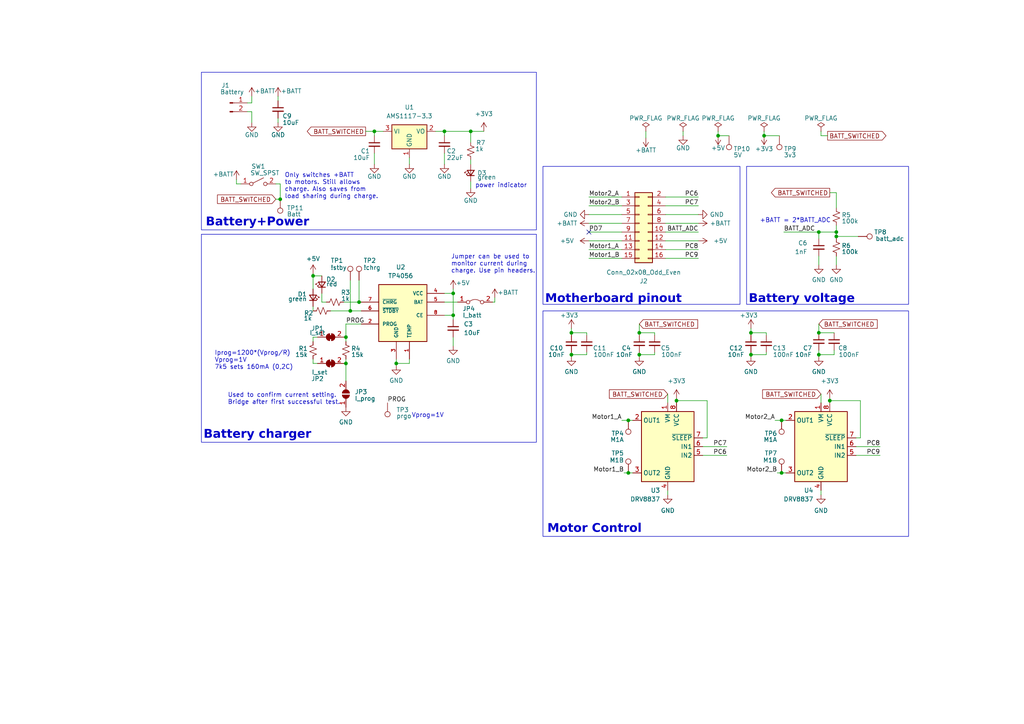
<source format=kicad_sch>
(kicad_sch (version 20230121) (generator eeschema)
  (paper "A4")
  (title_block (title "Micromouse Power") (date "2024-03-18") (rev "v0.0.0") (company "Group 55") (comment 1 "@author Montso Mokake, MKKMON002") (comment 2 "@partner Bokang Lepolesa, LPLBOK002") (comment 3 "@presented_for EEE3088F Project"))
  (lib_symbols
    (symbol "Connector:Conn_01x02_Pin" (pin_names (offset 1.016) hide)
      (property "Reference" "J" (at 0 2.54 0))
      (property "Value" "Conn_01x02_Pin" (at 0 -5.08 0))
      (symbol "Conn_01x02_Pin_1_1"
        (polyline (pts (xy 1.27 -2.54) (xy 0.8636 -2.54)) (stroke (width 0.1524)))
        (polyline (pts (xy 1.27 0) (xy 0.8636 0)) (stroke (width 0.1524)))
        (rectangle (start 0.8636 -2.413) (end 0 -2.667) (stroke (width 0.1524)) (fill (type outline)))
        (rectangle (start 0.8636 0.127) (end 0 -0.127) (stroke (width 0.1524)) (fill (type outline)))
        (pin passive line (at 5.08 0 180) (length 3.81) (name "Pin_1") (number "1"))
        (pin passive line (at 5.08 -2.54 180) (length 3.81) (name "Pin_2") (number "2"))
      )
    )
    (symbol "Connector:TestPoint" (pin_numbers hide) (pin_names (offset 0.762) hide)
      (property "Reference" "TP" (at 0 6.858 0))
      (property "Value" "TestPoint" (at 0 5.08 0))
      (symbol "TestPoint_0_1"
        (circle (center 0 3.302) (radius 0.762))
      )
      (symbol "TestPoint_1_1"
        (pin passive line (at 0 0 90) (length 2.54) (name "1") (number "1"))
      )
    )
    (symbol "Connector_Generic:Conn_02x08_Odd_Even" (pin_names (offset 1.016) hide)
      (property "Reference" "J" (at 1.27 10.16 0))
      (property "Value" "Conn_02x08_Odd_Even" (at 1.27 -12.7 0))
      (symbol "Conn_02x08_Odd_Even_1_1"
        (rectangle (start -1.27 -10.033) (end 0 -10.287) (stroke (width 0.1524)))
        (rectangle (start -1.27 -7.493) (end 0 -7.747) (stroke (width 0.1524)))
        (rectangle (start -1.27 -4.953) (end 0 -5.207) (stroke (width 0.1524)))
        (rectangle (start -1.27 -2.413) (end 0 -2.667) (stroke (width 0.1524)))
        (rectangle (start -1.27 0.127) (end 0 -0.127) (stroke (width 0.1524)))
        (rectangle (start -1.27 2.667) (end 0 2.413) (stroke (width 0.1524)))
        (rectangle (start -1.27 5.207) (end 0 4.953) (stroke (width 0.1524)))
        (rectangle (start -1.27 7.747) (end 0 7.493) (stroke (width 0.1524)))
        (rectangle (start -1.27 8.89) (end 3.81 -11.43) (stroke (width 0.254)) (fill (type background)))
        (rectangle (start 3.81 -10.033) (end 2.54 -10.287) (stroke (width 0.1524)))
        (rectangle (start 3.81 -7.493) (end 2.54 -7.747) (stroke (width 0.1524)))
        (rectangle (start 3.81 -4.953) (end 2.54 -5.207) (stroke (width 0.1524)))
        (rectangle (start 3.81 -2.413) (end 2.54 -2.667) (stroke (width 0.1524)))
        (rectangle (start 3.81 0.127) (end 2.54 -0.127) (stroke (width 0.1524)))
        (rectangle (start 3.81 2.667) (end 2.54 2.413) (stroke (width 0.1524)))
        (rectangle (start 3.81 5.207) (end 2.54 4.953) (stroke (width 0.1524)))
        (rectangle (start 3.81 7.747) (end 2.54 7.493) (stroke (width 0.1524)))
        (pin passive line (at -5.08 7.62 0) (length 3.81) (name "Pin_1") (number "1"))
        (pin passive line (at 7.62 -2.54 180) (length 3.81) (name "Pin_10") (number "10"))
        (pin passive line (at -5.08 -5.08 0) (length 3.81) (name "Pin_11") (number "11"))
        (pin passive line (at 7.62 -5.08 180) (length 3.81) (name "Pin_12") (number "12"))
        (pin passive line (at -5.08 -7.62 0) (length 3.81) (name "Pin_13") (number "13"))
        (pin passive line (at 7.62 -7.62 180) (length 3.81) (name "Pin_14") (number "14"))
        (pin passive line (at -5.08 -10.16 0) (length 3.81) (name "Pin_15") (number "15"))
        (pin passive line (at 7.62 -10.16 180) (length 3.81) (name "Pin_16") (number "16"))
        (pin passive line (at 7.62 7.62 180) (length 3.81) (name "Pin_2") (number "2"))
        (pin passive line (at -5.08 5.08 0) (length 3.81) (name "Pin_3") (number "3"))
        (pin passive line (at 7.62 5.08 180) (length 3.81) (name "Pin_4") (number "4"))
        (pin passive line (at -5.08 2.54 0) (length 3.81) (name "Pin_5") (number "5"))
        (pin passive line (at 7.62 2.54 180) (length 3.81) (name "Pin_6") (number "6"))
        (pin passive line (at -5.08 0 0) (length 3.81) (name "Pin_7") (number "7"))
        (pin passive line (at 7.62 0 180) (length 3.81) (name "Pin_8") (number "8"))
        (pin passive line (at -5.08 -2.54 0) (length 3.81) (name "Pin_9") (number "9"))
      )
    )
    (symbol "Device:C_Small" (pin_numbers hide) (pin_names (offset 0.254) hide)
      (property "Reference" "C" (at 0.254 1.778 0))
      (property "Value" "C_Small" (at 0.254 -2.032 0))
      (symbol "C_Small_0_1"
        (polyline (pts (xy -1.524 -0.508) (xy 1.524 -0.508)) (stroke (width 0.3302)))
        (polyline (pts (xy -1.524 0.508) (xy 1.524 0.508)) (stroke (width 0.3048)))
      )
      (symbol "C_Small_1_1"
        (pin passive line (at 0 2.54 270) (length 2.032) (name "~") (number "1"))
        (pin passive line (at 0 -2.54 90) (length 2.032) (name "~") (number "2"))
      )
    )
    (symbol "Device:LED_Small" (pin_numbers hide) (pin_names (offset 0.254) hide)
      (property "Reference" "D" (at -1.27 3.175 0))
      (property "Value" "LED_Small" (at -4.445 -2.54 0))
      (symbol "LED_Small_0_1"
        (polyline (pts (xy -0.762 -1.016) (xy -0.762 1.016)) (stroke (width 0.254)))
        (polyline (pts (xy 1.016 0) (xy -0.762 0)))
        (polyline (pts (xy 0.762 -1.016) (xy -0.762 0) (xy 0.762 1.016) (xy 0.762 -1.016)) (stroke (width 0.254)))
        (polyline (pts (xy 0 0.762) (xy -0.508 1.27) (xy -0.254 1.27) (xy -0.508 1.27) (xy -0.508 1.016)))
        (polyline (pts (xy 0.508 1.27) (xy 0 1.778) (xy 0.254 1.778) (xy 0 1.778) (xy 0 1.524)))
      )
      (symbol "LED_Small_1_1"
        (pin passive line (at -2.54 0 0) (length 1.778) (name "K") (number "1"))
        (pin passive line (at 2.54 0 180) (length 1.778) (name "A") (number "2"))
      )
    )
    (symbol "Device:R_Small_US" (pin_numbers hide) (pin_names (offset 0.254) hide)
      (property "Reference" "R" (at 0.762 0.508 0))
      (property "Value" "R_Small_US" (at 0.762 -1.016 0))
      (symbol "R_Small_US_1_1"
        (polyline (pts (xy 0 0) (xy 1.016 -0.381) (xy 0 -0.762) (xy -1.016 -1.143) (xy 0 -1.524)))
        (polyline (pts (xy 0 1.524) (xy 1.016 1.143) (xy 0 0.762) (xy -1.016 0.381) (xy 0 0)))
        (pin passive line (at 0 2.54 270) (length 1.016) (name "~") (number "1"))
        (pin passive line (at 0 -2.54 90) (length 1.016) (name "~") (number "2"))
      )
    )
    (symbol "Driver_Motor:DRV8837"
      (property "Reference" "U" (at 6.35 11.43 0))
      (property "Value" "DRV8837" (at -10.16 11.43 0))
      (symbol "DRV8837_0_1"
        (rectangle (start -7.62 10.16) (end 7.62 -10.16) (stroke (width 0.254)) (fill (type background)))
      )
      (symbol "DRV8837_1_1"
        (pin power_in line (at 0 12.7 270) (length 2.54) (name "VM") (number "1"))
        (pin output line (at 10.16 7.62 180) (length 2.54) (name "OUT1") (number "2"))
        (pin output line (at 10.16 -7.62 180) (length 2.54) (name "OUT2") (number "3"))
        (pin power_in line (at 0 -12.7 90) (length 2.54) (name "GND") (number "4"))
        (pin input line (at -10.16 -2.54 0) (length 2.54) (name "IN2") (number "5"))
        (pin input line (at -10.16 0 0) (length 2.54) (name "IN1") (number "6"))
        (pin input line (at -10.16 2.54 0) (length 2.54) (name "~{SLEEP}") (number "7"))
        (pin power_in line (at -2.54 12.7 270) (length 2.54) (name "VCC") (number "8"))
        (pin passive line (at 0 -12.7 90) (length 2.54) hide (name "GND") (number "9"))
      )
    )
    (symbol "Jumper:Jumper_2_Bridged" (pin_names (offset 0) hide)
      (property "Reference" "JP" (at 0 1.905 0))
      (property "Value" "Jumper_2_Bridged" (at 0 -2.54 0))
      (symbol "Jumper_2_Bridged_0_0"
        (circle (center -2.032 0) (radius 0.508))
        (circle (center 2.032 0) (radius 0.508))
      )
      (symbol "Jumper_2_Bridged_0_1"
        (arc (start 1.524 0.254) (mid 0 0.762) (end -1.524 0.254))
      )
      (symbol "Jumper_2_Bridged_1_1"
        (pin passive line (at -5.08 0 0) (length 2.54) (name "A") (number "1"))
        (pin passive line (at 5.08 0 180) (length 2.54) (name "B") (number "2"))
      )
    )
    (symbol "Jumper:SolderJumper_2_Bridged" (pin_names (offset 0) hide)
      (property "Reference" "JP" (at 0 2.032 0))
      (property "Value" "SolderJumper_2_Bridged" (at 0 -2.54 0))
      (symbol "SolderJumper_2_Bridged_0_1"
        (rectangle (start -0.508 0.508) (end 0.508 -0.508) (fill (type outline)))
        (arc (start -0.254 1.016) (mid -1.2656 0) (end -0.254 -1.016))
        (arc (start -0.254 1.016) (mid -1.2656 0) (end -0.254 -1.016) (fill (type outline)))
        (polyline (pts (xy -0.254 1.016) (xy -0.254 -1.016)))
        (polyline (pts (xy 0.254 1.016) (xy 0.254 -1.016)))
        (arc (start 0.254 -1.016) (mid 1.2656 0) (end 0.254 1.016))
        (arc (start 0.254 -1.016) (mid 1.2656 0) (end 0.254 1.016) (fill (type outline)))
      )
      (symbol "SolderJumper_2_Bridged_1_1"
        (pin passive line (at -3.81 0 0) (length 2.54) (name "A") (number "1"))
        (pin passive line (at 3.81 0 180) (length 2.54) (name "B") (number "2"))
      )
    )
    (symbol "Jumper:SolderJumper_2_Open" (pin_names (offset 0) hide)
      (property "Reference" "JP" (at 0 2.032 0))
      (property "Value" "SolderJumper_2_Open" (at 0 -2.54 0))
      (symbol "SolderJumper_2_Open_0_1"
        (arc (start -0.254 1.016) (mid -1.2656 0) (end -0.254 -1.016))
        (arc (start -0.254 1.016) (mid -1.2656 0) (end -0.254 -1.016) (fill (type outline)))
        (polyline (pts (xy -0.254 1.016) (xy -0.254 -1.016)))
        (polyline (pts (xy 0.254 1.016) (xy 0.254 -1.016)))
        (arc (start 0.254 -1.016) (mid 1.2656 0) (end 0.254 1.016))
        (arc (start 0.254 -1.016) (mid 1.2656 0) (end 0.254 1.016) (fill (type outline)))
      )
      (symbol "SolderJumper_2_Open_1_1"
        (pin passive line (at -3.81 0 0) (length 2.54) (name "A") (number "1"))
        (pin passive line (at 3.81 0 180) (length 2.54) (name "B") (number "2"))
      )
    )
    (symbol "Regulator_Linear:AMS1117-3.3"
      (property "Reference" "U" (at -3.81 3.175 0))
      (property "Value" "AMS1117-3.3" (at 0 3.175 0))
      (symbol "AMS1117-3.3_0_1"
        (rectangle (start -5.08 -5.08) (end 5.08 1.905) (stroke (width 0.254)) (fill (type background)))
      )
      (symbol "AMS1117-3.3_1_1"
        (pin power_in line (at 0 -7.62 90) (length 2.54) (name "GND") (number "1"))
        (pin power_out line (at 7.62 0 180) (length 2.54) (name "VO") (number "2"))
        (pin power_in line (at -7.62 0 0) (length 2.54) (name "VI") (number "3"))
      )
    )
    (symbol "Switch:SW_SPST" (pin_names (offset 0) hide)
      (property "Reference" "SW" (at 0 3.175 0))
      (property "Value" "SW_SPST" (at 0 -2.54 0))
      (symbol "SW_SPST_0_0"
        (circle (center -2.032 0) (radius 0.508))
        (polyline (pts (xy -1.524 0.254) (xy 1.524 1.778)))
        (circle (center 2.032 0) (radius 0.508))
      )
      (symbol "SW_SPST_1_1"
        (pin passive line (at -5.08 0 0) (length 2.54) (name "A") (number "1"))
        (pin passive line (at 5.08 0 180) (length 2.54) (name "B") (number "2"))
      )
    )
    (symbol "TP4056:TP4056" (pin_names (offset 1.016))
      (property "Reference" "U" (at -10.16 13.208 0))
      (property "Value" "TP4056" (at -12.7 -7.62 0))
      (symbol "TP4056_0_0"
        (rectangle (start -8.89 11.43) (end 5.08 -5.08) (stroke (width 0.254)) (fill (type background)))
        (pin input line (at 0 -10.16 90) (length 5.08) (name "TEMP") (number "1"))
        (pin bidirectional line (at -13.97 0 0) (length 5.08) (name "PROG") (number "2"))
        (pin power_in line (at -3.81 -10.16 90) (length 5.08) (name "GND") (number "3"))
        (pin power_in line (at 10.16 8.89 180) (length 5.08) (name "VCC") (number "4"))
        (pin output line (at 10.16 6.35 180) (length 5.08) (name "BAT") (number "5"))
        (pin output line (at -13.97 3.81 0) (length 5.08) (name "~{STDBY}") (number "6"))
        (pin output line (at -13.97 6.35 0) (length 5.08) (name "~{CHRG}") (number "7"))
        (pin input line (at 10.16 2.54 180) (length 5.08) (name "CE") (number "8"))
      )
    )
    (symbol "power:+3V3" (power) (pin_names (offset 0))
      (property "Value" "+3V3" (at 0 3.556 0))
      (symbol "+3V3_0_1"
        (polyline (pts (xy -0.762 1.27) (xy 0 2.54)))
        (polyline (pts (xy 0 0) (xy 0 2.54)))
        (polyline (pts (xy 0 2.54) (xy 0.762 1.27)))
      )
      (symbol "+3V3_1_1"
        (pin power_in line (at 0 0 90) (length 0) hide (name "+3V3") (number "1"))
      )
    )
    (symbol "power:+5V" (power) (pin_names (offset 0))
      (property "Value" "+5V" (at 0 3.556 0))
      (symbol "+5V_0_1"
        (polyline (pts (xy -0.762 1.27) (xy 0 2.54)))
        (polyline (pts (xy 0 0) (xy 0 2.54)))
        (polyline (pts (xy 0 2.54) (xy 0.762 1.27)))
      )
      (symbol "+5V_1_1"
        (pin power_in line (at 0 0 90) (length 0) hide (name "+5V") (number "1"))
      )
    )
    (symbol "power:+BATT" (power) (pin_names (offset 0))
      (property "Value" "+BATT" (at 0 3.556 0))
      (symbol "+BATT_0_1"
        (polyline (pts (xy -0.762 1.27) (xy 0 2.54)))
        (polyline (pts (xy 0 0) (xy 0 2.54)))
        (polyline (pts (xy 0 2.54) (xy 0.762 1.27)))
      )
      (symbol "+BATT_1_1"
        (pin power_in line (at 0 0 90) (length 0) hide (name "+BATT") (number "1"))
      )
    )
    (symbol "power:GND" (power) (pin_names (offset 0))
      (property "Value" "GND" (at 0 -3.81 0))
      (symbol "GND_0_1"
        (polyline (pts (xy 0 0) (xy 0 -1.27) (xy 1.27 -1.27) (xy 0 -2.54) (xy -1.27 -1.27) (xy 0 -1.27)))
      )
      (symbol "GND_1_1"
        (pin power_in line (at 0 0 270) (length 0) hide (name "GND") (number "1"))
      )
    )
    (symbol "power:PWR_FLAG" (power) (pin_numbers hide) (pin_names (offset 0) hide)
      (property "Value" "PWR_FLAG" (at 0 3.81 0))
      (symbol "PWR_FLAG_0_0"
        (pin power_out line (at 0 0 90) (length 0) (name "pwr") (number "1"))
      )
      (symbol "PWR_FLAG_0_1"
        (polyline (pts (xy 0 0) (xy 0 1.27) (xy -1.016 1.905) (xy 0 2.54) (xy 1.016 1.905) (xy 0 1.27)))
      )
    )
  )
  (junction (at 182.245 137.16))
  (junction (at 240.665 116.205))
  (junction (at 242.57 68.58))
  (junction (at 81.28 57.785))
  (junction (at 165.735 102.87))
  (junction (at 226.695 121.92))
  (junction (at 221.615 39.37))
  (junction (at 100.33 105.41))
  (junction (at 100.33 97.79))
  (junction (at 226.695 137.16))
  (junction (at 185.42 102.87))
  (junction (at 237.49 96.52))
  (junction (at 131.445 85.09))
  (junction (at 237.49 67.31))
  (junction (at 136.525 38.1))
  (junction (at 242.57 67.31))
  (junction (at 108.585 38.1))
  (junction (at 101.6 90.17))
  (junction (at 196.215 116.205))
  (junction (at 131.445 91.44))
  (junction (at 208.28 39.37))
  (junction (at 217.805 102.87))
  (junction (at 165.735 96.52))
  (junction (at 237.49 102.87))
  (junction (at 182.245 121.92))
  (junction (at 217.805 96.52))
  (junction (at 185.42 96.52))
  (junction (at 128.905 38.1))
  (junction (at 114.935 105.41))
  (junction (at 104.14 87.63))
  (junction (at 90.805 80.01))
  (no_connect (at 170.815 67.31))
  (wire (pts (xy 143.51 86.36) (xy 143.51 87.63)))
  (wire (pts (xy 237.49 67.31) (xy 242.57 67.31)))
  (wire (pts (xy 81.28 53.34) (xy 80.01 53.34)))
  (wire (pts (xy 95.885 90.17) (xy 101.6 90.17)))
  (wire (pts (xy 196.215 116.205) (xy 205.105 116.205)))
  (wire (pts (xy 69.85 53.34) (xy 68.58 53.34)))
  (wire (pts (xy 205.105 116.205) (xy 205.105 127)))
  (wire (pts (xy 170.815 59.69) (xy 180.34 59.69)))
  (wire (pts (xy 71.755 32.385) (xy 73.025 32.385)))
  (wire (pts (xy 99.695 97.79) (xy 100.33 97.79)))
  (wire (pts (xy 185.42 102.235) (xy 185.42 102.87)))
  (wire (pts (xy 106.045 38.1) (xy 108.585 38.1)))
  (wire (pts (xy 240.665 116.205) (xy 249.555 116.205)))
  (wire (pts (xy 94.615 87.63) (xy 93.345 87.63)))
  (wire (pts (xy 90.805 79.375) (xy 90.805 80.01)))
  (wire (pts (xy 193.04 69.85) (xy 202.565 69.85)))
  (wire (pts (xy 193.04 62.23) (xy 202.565 62.23)))
  (wire (pts (xy 81.28 57.785) (xy 81.28 53.34)))
  (wire (pts (xy 101.6 81.28) (xy 101.6 90.17)))
  (wire (pts (xy 222.25 97.155) (xy 222.25 96.52)))
  (wire (pts (xy 165.735 102.235) (xy 165.735 102.87)))
  (wire (pts (xy 68.58 53.34) (xy 68.58 52.07)))
  (wire (pts (xy 118.745 45.72) (xy 118.745 47.625)))
  (wire (pts (xy 222.25 102.235) (xy 222.25 102.87)))
  (wire (pts (xy 225.425 137.16) (xy 226.695 137.16)))
  (wire (pts (xy 193.04 67.31) (xy 202.565 67.31)))
  (wire (pts (xy 241.935 101.6) (xy 241.935 102.87)))
  (wire (pts (xy 108.585 39.37) (xy 108.585 38.1)))
  (wire (pts (xy 189.865 102.87) (xy 185.42 102.87)))
  (wire (pts (xy 217.805 102.87) (xy 217.805 103.505)))
  (wire (pts (xy 249.555 127) (xy 248.285 127)))
  (wire (pts (xy 128.905 39.37) (xy 128.905 38.1)))
  (wire (pts (xy 92.075 105.41) (xy 90.805 105.41)))
  (wire (pts (xy 71.755 29.845) (xy 73.025 29.845)))
  (wire (pts (xy 224.79 121.92) (xy 226.695 121.92)))
  (wire (pts (xy 193.04 64.77) (xy 202.565 64.77)))
  (wire (pts (xy 128.905 44.45) (xy 128.905 47.625)))
  (wire (pts (xy 180.975 137.16) (xy 182.245 137.16)))
  (wire (pts (xy 193.04 72.39) (xy 202.565 72.39)))
  (wire (pts (xy 196.215 116.205) (xy 196.215 116.84)))
  (wire (pts (xy 90.805 99.06) (xy 90.805 97.79)))
  (wire (pts (xy 242.57 67.31) (xy 242.57 68.58)))
  (wire (pts (xy 189.865 102.235) (xy 189.865 102.87)))
  (wire (pts (xy 131.445 85.09) (xy 131.445 91.44)))
  (wire (pts (xy 240.665 55.88) (xy 242.57 55.88)))
  (wire (pts (xy 237.49 67.31) (xy 227.33 67.31)))
  (wire (pts (xy 170.18 97.155) (xy 170.18 96.52)))
  (wire (pts (xy 242.57 65.405) (xy 242.57 67.31)))
  (wire (pts (xy 208.28 38.1) (xy 208.28 39.37)))
  (wire (pts (xy 90.805 105.41) (xy 90.805 104.14)))
  (wire (pts (xy 104.14 81.28) (xy 104.14 87.63)))
  (wire (pts (xy 131.445 83.82) (xy 131.445 85.09)))
  (wire (pts (xy 242.57 68.58) (xy 242.57 69.215)))
  (wire (pts (xy 217.805 102.235) (xy 217.805 102.87)))
  (wire (pts (xy 185.42 93.98) (xy 185.42 96.52)))
  (wire (pts (xy 170.815 62.23) (xy 180.34 62.23)))
  (wire (pts (xy 170.18 102.235) (xy 170.18 102.87)))
  (wire (pts (xy 222.25 96.52) (xy 217.805 96.52)))
  (wire (pts (xy 73.025 29.845) (xy 73.025 27.94)))
  (wire (pts (xy 189.865 96.52) (xy 185.42 96.52)))
  (wire (pts (xy 90.805 80.01) (xy 90.805 83.82)))
  (wire (pts (xy 143.51 87.63) (xy 142.875 87.63)))
  (wire (pts (xy 221.615 38.1) (xy 221.615 39.37)))
  (wire (pts (xy 165.735 102.87) (xy 165.735 103.505)))
  (wire (pts (xy 185.42 102.87) (xy 185.42 103.505)))
  (wire (pts (xy 104.14 87.63) (xy 99.695 87.63)))
  (wire (pts (xy 93.345 87.63) (xy 93.345 85.09)))
  (wire (pts (xy 242.57 68.58) (xy 248.92 68.58)))
  (wire (pts (xy 189.865 97.155) (xy 189.865 96.52)))
  (wire (pts (xy 131.445 97.79) (xy 131.445 100.33)))
  (wire (pts (xy 240.665 116.205) (xy 240.665 116.84)))
  (wire (pts (xy 237.49 101.6) (xy 237.49 102.87)))
  (wire (pts (xy 80.645 27.94) (xy 80.645 29.21)))
  (wire (pts (xy 193.04 57.15) (xy 202.565 57.15)))
  (wire (pts (xy 242.57 74.295) (xy 242.57 76.835)))
  (wire (pts (xy 203.835 129.54) (xy 210.82 129.54)))
  (wire (pts (xy 193.04 59.69) (xy 202.565 59.69)))
  (wire (pts (xy 238.125 142.24) (xy 238.125 143.51)))
  (wire (pts (xy 205.105 127) (xy 203.835 127)))
  (wire (pts (xy 237.49 93.98) (xy 237.49 96.52)))
  (wire (pts (xy 208.28 39.37) (xy 211.455 39.37)))
  (wire (pts (xy 100.33 105.41) (xy 100.33 110.49)))
  (wire (pts (xy 182.245 137.16) (xy 183.515 137.16)))
  (wire (pts (xy 131.445 91.44) (xy 131.445 92.71)))
  (wire (pts (xy 241.935 96.52) (xy 237.49 96.52)))
  (wire (pts (xy 203.835 132.08) (xy 210.82 132.08)))
  (wire (pts (xy 170.18 96.52) (xy 165.735 96.52)))
  (wire (pts (xy 242.57 55.88) (xy 242.57 60.325)))
  (wire (pts (xy 90.805 88.9) (xy 90.805 90.17)))
  (wire (pts (xy 136.525 46.355) (xy 136.525 47.625)))
  (wire (pts (xy 222.25 102.87) (xy 217.805 102.87)))
  (wire (pts (xy 165.735 95.25) (xy 165.735 96.52)))
  (wire (pts (xy 108.585 38.1) (xy 111.125 38.1)))
  (wire (pts (xy 180.34 57.15) (xy 170.815 57.15)))
  (wire (pts (xy 238.125 38.1) (xy 238.125 39.37)))
  (wire (pts (xy 237.49 69.215) (xy 237.49 67.31)))
  (wire (pts (xy 128.905 38.1) (xy 136.525 38.1)))
  (wire (pts (xy 238.125 114.3) (xy 238.125 116.84)))
  (wire (pts (xy 241.935 102.87) (xy 237.49 102.87)))
  (wire (pts (xy 100.33 93.98) (xy 104.775 93.98)))
  (wire (pts (xy 193.675 142.24) (xy 193.675 143.51)))
  (wire (pts (xy 114.935 105.41) (xy 114.935 106.045)))
  (wire (pts (xy 217.805 95.25) (xy 217.805 96.52)))
  (wire (pts (xy 126.365 38.1) (xy 128.905 38.1)))
  (wire (pts (xy 198.12 38.1) (xy 198.12 39.37)))
  (wire (pts (xy 100.33 105.41) (xy 100.33 104.14)))
  (wire (pts (xy 170.815 64.77) (xy 180.34 64.77)))
  (wire (pts (xy 80.01 57.785) (xy 81.28 57.785)))
  (wire (pts (xy 187.325 38.1) (xy 187.325 40.005)))
  (wire (pts (xy 136.525 52.705) (xy 136.525 54.61)))
  (wire (pts (xy 170.18 102.87) (xy 165.735 102.87)))
  (wire (pts (xy 217.805 96.52) (xy 217.805 97.155)))
  (wire (pts (xy 80.645 34.29) (xy 80.645 35.56)))
  (wire (pts (xy 100.33 105.41) (xy 99.695 105.41)))
  (wire (pts (xy 193.675 114.3) (xy 193.675 116.84)))
  (wire (pts (xy 248.285 132.08) (xy 255.27 132.08)))
  (wire (pts (xy 128.905 85.09) (xy 131.445 85.09)))
  (wire (pts (xy 193.04 74.93) (xy 202.565 74.93)))
  (wire (pts (xy 226.695 121.92) (xy 227.965 121.92)))
  (wire (pts (xy 90.805 80.01) (xy 93.345 80.01)))
  (wire (pts (xy 90.805 97.79) (xy 92.075 97.79)))
  (wire (pts (xy 237.49 76.835) (xy 237.49 74.295)))
  (wire (pts (xy 118.745 104.14) (xy 118.745 105.41)))
  (wire (pts (xy 132.715 87.63) (xy 128.905 87.63)))
  (wire (pts (xy 128.905 91.44) (xy 131.445 91.44)))
  (wire (pts (xy 185.42 96.52) (xy 185.42 97.155)))
  (wire (pts (xy 249.555 116.205) (xy 249.555 127)))
  (wire (pts (xy 182.245 121.92) (xy 183.515 121.92)))
  (wire (pts (xy 221.615 39.37) (xy 226.06 39.37)))
  (wire (pts (xy 165.735 96.52) (xy 165.735 97.155)))
  (wire (pts (xy 136.525 41.275) (xy 136.525 38.1)))
  (wire (pts (xy 180.34 121.92) (xy 182.245 121.92)))
  (wire (pts (xy 170.815 74.93) (xy 180.34 74.93)))
  (wire (pts (xy 170.815 67.31) (xy 180.34 67.31)))
  (wire (pts (xy 240.665 115.57) (xy 240.665 116.205)))
  (wire (pts (xy 73.025 32.385) (xy 73.025 35.56)))
  (wire (pts (xy 114.935 104.14) (xy 114.935 105.41)))
  (wire (pts (xy 136.525 38.1) (xy 140.335 38.1)))
  (wire (pts (xy 100.33 97.79) (xy 100.33 99.06)))
  (wire (pts (xy 237.49 102.87) (xy 237.49 103.505)))
  (wire (pts (xy 226.695 137.16) (xy 227.965 137.16)))
  (wire (pts (xy 170.815 69.85) (xy 180.34 69.85)))
  (wire (pts (xy 196.215 115.57) (xy 196.215 116.205)))
  (wire (pts (xy 108.585 47.625) (xy 108.585 44.45)))
  (wire (pts (xy 100.33 93.98) (xy 100.33 97.79)))
  (wire (pts (xy 170.815 72.39) (xy 180.34 72.39)))
  (wire (pts (xy 114.935 105.41) (xy 118.745 105.41)))
  (wire (pts (xy 238.125 39.37) (xy 240.03 39.37)))
  (wire (pts (xy 101.6 90.17) (xy 104.775 90.17)))
  (wire (pts (xy 104.775 87.63) (xy 104.14 87.63)))
  (wire (pts (xy 248.285 129.54) (xy 255.27 129.54)))
  (rectangle (start 157.48 48.26) (end 214.63 88.265))
  (rectangle (start 58.42 67.945) (end 155.575 128.27))
  (rectangle (start 216.535 48.26) (end 263.525 88.265))
  (rectangle (start 58.42 20.955) (end 155.575 66.675))
  (rectangle (start 157.48 90.17) (end 263.525 155.575))
  (text "Battery+Power" (at 59.69 66.675 0) (effects (font (size 2.5 2.5) (thickness 0.254) bold) (justify left bottom)))
  (text "Vprog=1V" (at 119.38 121.285 0) (effects (font (size 1.27 1.27)) (justify left bottom)))
  (text "Motherboard pinout" (at 158.115 88.9 0) (effects (font (size 2.5 2.5) (thickness 0.254) bold) (justify left bottom)))
  (text "+BATT = 2*BATT_ADC" (at 220.345 64.77 0) (effects (font (size 1.27 1.27)) (justify left bottom)))
  (text "Used to confirm current setting.\nBridge after first successful test." (at 66.04 117.475 0) (effects (font (size 1.27 1.27)) (justify left bottom)))
  (text "Motor Control" (at 158.75 155.575 0) (effects (font (size 2.5 2.5) (thickness 0.254) bold) (justify left bottom)))
  (text "Only switches +BATT\nto motors. Still allows\ncharge. Also saves from\nload sharing during charge." (at 82.55 57.785 0) (effects (font (size 1.27 1.27)) (justify left bottom)))
  (text "power indicator" (at 137.795 54.61 0) (effects (font (size 1.27 1.27)) (justify left bottom)))
  (text "Battery voltage" (at 217.17 88.9 0) (effects (font (size 2.5 2.5) (thickness 0.254) bold) (justify left bottom)))
  (text "Battery charger" (at 59.055 128.27 0) (effects (font (size 2.5 2.5) (thickness 0.254) bold) (justify left bottom)))
  (text "Iprog=1200*(Vprog/R)\nVprog=1V\n7k5 sets 160mA (0,2C)" (at 62.23 107.315 0) (effects (font (size 1.27 1.27)) (justify left bottom)))
  (text "Jumper can be used to\nmonitor current during\ncharge. Use pin headers." (at 130.81 79.375 0) (effects (font (size 1.27 1.27)) (justify left bottom)))
  (label "PC7" (at 210.82 129.54 180))
  (label "Motor2_A" (at 170.815 57.15 0))
  (label "BATT_ADC" (at 202.565 67.31 180))
  (label "PD7" (at 170.815 67.31 0))
  (label "BATT_ADC" (at 227.33 67.31 0))
  (label "Motor1_A" (at 180.34 121.92 180))
  (label "PC8" (at 202.565 72.39 180))
  (label "PC9" (at 202.565 74.93 180))
  (label "PROG" (at 100.33 93.98 0))
  (label "PC8" (at 255.27 129.54 180))
  (label "PROG" (at 112.395 116.84 0))
  (label "Motor1_B" (at 170.815 74.93 0))
  (label "Motor2_A" (at 224.79 121.92 180))
  (label "PC6" (at 210.82 132.08 180))
  (label "Motor2_B" (at 170.815 59.69 0))
  (label "PC6" (at 202.565 57.15 180))
  (label "Motor2_B" (at 225.425 137.16 180))
  (label "Motor1_A" (at 170.815 72.39 0))
  (label "Motor1_B" (at 180.975 137.16 180))
  (label "PC7" (at 202.565 59.69 180))
  (label "PC9" (at 255.27 132.08 180))
  (global_label "BATT_SWITCHED" (shape input) (at 238.125 114.3 180) (property "Intersheetrefs" "${INTERSHEET_REFS}" (effects hide)))
  (global_label "BATT_SWITCHED" (shape output) (at 106.045 38.1 180) (property "Intersheetrefs" "${INTERSHEET_REFS}" (effects hide)))
  (global_label "BATT_SWITCHED" (shape output) (at 240.03 39.37 0) (property "Intersheetrefs" "${INTERSHEET_REFS}" (effects hide)))
  (global_label "BATT_SWITCHED" (shape input) (at 185.42 93.98 0) (property "Intersheetrefs" "${INTERSHEET_REFS}" (effects hide)))
  (global_label "BATT_SWITCHED" (shape input) (at 193.675 114.3 180) (property "Intersheetrefs" "${INTERSHEET_REFS}" (effects hide)))
  (global_label "BATT_SWITCHED" (shape input) (at 237.49 93.98 0) (property "Intersheetrefs" "${INTERSHEET_REFS}" (effects hide)))
  (global_label "BATT_SWITCHED" (shape output) (at 240.665 55.88 180) (property "Intersheetrefs" "${INTERSHEET_REFS}" (effects hide)))
  (global_label "BATT_SWITCHED" (shape input) (at 80.01 57.785 180) (property "Intersheetrefs" "${INTERSHEET_REFS}" (effects hide)))
  (symbol (lib_id "Device:C_Small") (at 222.25 99.695 0) (unit 1)
    (property "Reference" "C13" (at 224.028 100.9587 0) (effects (justify left)))
    (property "Value" "100nF" (at 224.155 102.87 0) (effects (justify left)))
    (property "Footprint" "Capacitor_SMD:C_0603_1608Metric" (effects hide))
  )
  (symbol (lib_id "Connector_Generic:Conn_02x08_Odd_Even") (at 185.42 64.77 0) (unit 1)
    (property "Reference" "J2" (at 186.69 81.534 0))
    (property "Value" "Conn_02x08_Odd_Even" (at 186.69 78.994 0))
    (property "Footprint" "Connector_PinHeader_2.54mm:PinHeader_2x08_P2.54mm_Vertical" (effects hide))
  )
  (symbol (lib_id "Device:R_Small_US") (at 97.155 87.63 90) (unit 1)
    (property "Reference" "R3" (at 100.203 84.836 90))
    (property "Value" "1k" (at 100.203 86.614 90))
    (property "Footprint" "Resistor_SMD:R_0603_1608Metric_Pad0.98x0.95mm_HandSolder" (effects hide))
  )
  (symbol (lib_id "Device:LED_Small") (at 90.805 86.36 270) (mirror x) (unit 1)
    (property "Reference" "D1" (at 89.027 85.344 90) (effects (justify right)))
    (property "Value" "green" (at 89.027 86.6775 90) (effects (justify right)))
    (property "Footprint" "LED_SMD:LED_0603_1608Metric" (effects hide))
  )
  (symbol (lib_id "Connector:TestPoint") (at 226.06 39.37 0) (mirror x) (unit 1)
    (property "Reference" "TP9" (at 227.33 43.18 0) (effects (justify left)))
    (property "Value" "3v3" (at 227.33 44.958 0) (effects (justify left)))
    (property "Footprint" "TestPoint:TestPoint_Pad_D1.0mm" (effects hide))
  )
  (symbol (lib_id "Device:C_Small") (at 108.585 41.91 0) (mirror y) (unit 1)
    (property "Reference" "C1" (at 107.315 43.815 0) (effects (justify left)))
    (property "Value" "10uF" (at 107.315 45.72 0) (effects (justify left)))
    (property "Footprint" "Capacitor_SMD:C_0603_1608Metric" (effects hide))
  )
  (symbol (lib_id "Device:C_Small") (at 237.49 99.06 0) (mirror y) (unit 1)
    (property "Reference" "C7" (at 235.585 100.965 0) (effects (justify left)))
    (property "Value" "10nF" (at 235.458 102.8763 0) (effects (justify left)))
    (property "Footprint" "Capacitor_SMD:C_0603_1608Metric" (effects hide))
  )
  (symbol (lib_id "Device:LED_Small") (at 136.525 50.165 90) (unit 1)
    (property "Reference" "D3" (at 138.43 50.165 90) (effects (justify right)))
    (property "Value" "green" (at 138.43 51.3715 90) (effects (justify right)))
    (property "Footprint" "LED_SMD:LED_0603_1608Metric" (effects hide))
  )
  (symbol (lib_id "power:+5V") (at 90.805 79.375 0) (unit 1)
    (property "Reference" "#PWR04" (effects hide))
    (property "Value" "+5V" (at 90.805 75.057 0))
  )
  (symbol (lib_id "power:PWR_FLAG") (at 198.12 38.1 0) (unit 1)
    (property "Reference" "#FLG02" (effects hide))
    (property "Value" "PWR_FLAG" (at 198.12 34.29 0))
  )
  (symbol (lib_id "Device:C_Small") (at 185.42 99.695 0) (mirror y) (unit 1)
    (property "Reference" "C4" (at 183.007 100.9587 0) (effects (justify left)))
    (property "Value" "10nF" (at 183.515 102.87 0) (effects (justify left)))
    (property "Footprint" "Capacitor_SMD:C_0603_1608Metric" (effects hide))
  )
  (symbol (lib_id "Switch:SW_SPST") (at 74.93 53.34 0) (unit 1)
    (property "Reference" "SW1" (at 74.93 48.26 0))
    (property "Value" "SW_SPST" (at 76.835 50.165 0))
    (property "Footprint" "Button_Switch_SMD:Nidec_Copal_CAS-120A" (effects hide))
  )
  (symbol (lib_id "power:GND") (at 118.745 47.625 0) (unit 1)
    (property "Reference" "#PWR028" (effects hide))
    (property "Value" "GND" (at 118.745 51.181 0))
  )
  (symbol (lib_id "Device:R_Small_US") (at 242.57 71.755 180) (unit 1)
    (property "Reference" "R6" (at 244.094 71.247 0) (effects (justify right)))
    (property "Value" "100k" (at 244.094 73.025 0) (effects (justify right)))
    (property "Footprint" "Resistor_SMD:R_0603_1608Metric_Pad0.98x0.95mm_HandSolder" (effects hide))
  )
  (symbol (lib_id "Connector:TestPoint") (at 248.92 68.58 270) (unit 1)
    (property "Reference" "TP8" (at 257.175 67.31 90) (effects (justify right)))
    (property "Value" "batt_adc" (at 262.255 69.215 90) (effects (justify right)))
    (property "Footprint" "TestPoint:TestPoint_Pad_D1.0mm" (effects hide))
  )
  (symbol (lib_id "Connector:TestPoint") (at 226.695 121.92 180) (unit 1)
    (property "Reference" "TP6" (at 225.425 125.73 0) (effects (justify left)))
    (property "Value" "M1A" (at 225.425 127.508 0) (effects (justify left)))
    (property "Footprint" "TestPoint:TestPoint_Pad_D1.0mm" (effects hide))
  )
  (symbol (lib_id "Device:C_Small") (at 237.49 71.755 0) (mirror y) (unit 1)
    (property "Reference" "C6" (at 234.188 70.4913 0) (effects (justify left)))
    (property "Value" "1nF" (at 234.188 73.0313 0) (effects (justify left)))
    (property "Footprint" "Capacitor_SMD:C_0603_1608Metric" (effects hide))
  )
  (symbol (lib_id "power:PWR_FLAG") (at 221.615 38.1 0) (unit 1)
    (property "Reference" "#FLG04" (effects hide))
    (property "Value" "PWR_FLAG" (at 221.615 34.29 0))
  )
  (symbol (lib_id "power:GND") (at 237.49 103.505 0) (unit 1)
    (property "Reference" "#PWR024" (effects hide))
    (property "Value" "GND" (at 237.49 107.823 0))
  )
  (symbol (lib_id "Connector:TestPoint") (at 182.245 121.92 180) (unit 1)
    (property "Reference" "TP4" (at 180.975 125.73 0) (effects (justify left)))
    (property "Value" "M1A" (at 180.975 127.508 0) (effects (justify left)))
    (property "Footprint" "TestPoint:TestPoint_Pad_D1.0mm" (effects hide))
  )
  (symbol (lib_id "power:GND") (at 193.675 143.51 0) (unit 1)
    (property "Reference" "#PWR018" (effects hide))
    (property "Value" "GND" (at 193.675 148.082 0))
  )
  (symbol (lib_id "power:GND") (at 237.49 76.835 0) (unit 1)
    (property "Reference" "#PWR023" (effects hide))
    (property "Value" "GND" (at 237.49 81.153 0))
  )
  (symbol (lib_id "Device:C_Small") (at 128.905 41.91 0) (unit 1)
    (property "Reference" "C2" (at 129.54 43.815 0) (effects (justify left)))
    (property "Value" "22uF" (at 129.54 45.72 0) (effects (justify left)))
    (property "Footprint" "Capacitor_SMD:C_0603_1608Metric" (effects hide))
  )
  (symbol (lib_id "power:+BATT") (at 143.51 86.36 0) (mirror y) (unit 1)
    (property "Reference" "#PWR013" (effects hide))
    (property "Value" "+BATT" (at 147.32 84.836 0))
  )
  (symbol (lib_id "Connector:TestPoint") (at 112.395 116.84 180) (unit 1)
    (property "Reference" "TP3" (at 114.935 118.872 0) (effects (justify right)))
    (property "Value" "prgo" (at 114.935 120.65 0) (effects (justify right)))
    (property "Footprint" "TestPoint:TestPoint_Pad_D1.0mm" (effects hide))
  )
  (symbol (lib_id "power:+3V3") (at 196.215 115.57 0) (mirror y) (unit 1)
    (property "Reference" "#PWR019" (effects hide))
    (property "Value" "+3V3" (at 196.215 110.49 0))
  )
  (symbol (lib_id "Device:C_Small") (at 131.445 95.25 0) (unit 1)
    (property "Reference" "C3" (at 134.493 93.9863 0) (effects (justify left)))
    (property "Value" "10uF" (at 134.493 96.5263 0) (effects (justify left)))
    (property "Footprint" "Capacitor_SMD:C_0603_1608Metric" (effects hide))
  )
  (symbol (lib_id "Device:LED_Small") (at 93.345 82.55 90) (unit 1)
    (property "Reference" "D2" (at 94.615 81.026 90) (effects (justify right)))
    (property "Value" "red" (at 94.615 82.3595 90) (effects (justify right)))
    (property "Footprint" "LED_SMD:LED_0603_1608Metric" (effects hide))
  )
  (symbol (lib_id "Driver_Motor:DRV8837") (at 193.675 129.54 0) (mirror y) (unit 1)
    (property "Reference" "U3" (at 191.4809 142.24 0) (effects (justify left)))
    (property "Value" "DRV8837" (at 191.4809 144.78 0) (effects (justify left)))
    (property "Footprint" "Package_SON:WSON-8-1EP_2x2mm_P0.5mm_EP0.9x1.6mm" (effects hide))
    (property "Datasheet" "http://www.ti.com/lit/ds/symlink/drv8837.pdf" (effects hide))
    (property "Populate" "1" (effects hide))
    (property "LCSC" "C191000" (effects hide))
  )
  (symbol (lib_id "power:+BATT") (at 68.58 52.07 0) (unit 1)
    (property "Reference" "#PWR09" (effects hide))
    (property "Value" "+BATT" (at 64.77 50.546 0))
  )
  (symbol (lib_id "power:PWR_FLAG") (at 238.125 38.1 0) (unit 1)
    (property "Reference" "#FLG05" (effects hide))
    (property "Value" "PWR_FLAG" (at 238.125 34.29 0))
  )
  (symbol (lib_id "power:+5V") (at 208.28 39.37 180) (unit 1)
    (property "Reference" "#PWR03" (effects hide))
    (property "Value" "+5V" (at 208.28 42.926 0))
  )
  (symbol (lib_id "power:PWR_FLAG") (at 208.28 38.1 0) (unit 1)
    (property "Reference" "#FLG03" (effects hide))
    (property "Value" "PWR_FLAG" (at 208.28 34.29 0))
  )
  (symbol (lib_id "power:PWR_FLAG") (at 187.325 38.1 0) (unit 1)
    (property "Reference" "#FLG01" (effects hide))
    (property "Value" "PWR_FLAG" (at 187.325 34.29 0))
  )
  (symbol (lib_id "power:+3V3") (at 140.335 38.1 0) (unit 1)
    (property "Reference" "#PWR08" (effects hide))
    (property "Value" "+3V3" (at 140.335 33.02 0))
  )
  (symbol (lib_id "Jumper:Jumper_2_Bridged") (at 137.795 87.63 0) (unit 1)
    (property "Reference" "JP4" (at 137.795 89.535 0) (effects (justify right)))
    (property "Value" "I_batt" (at 139.7 91.44 0) (effects (justify right)))
    (property "Footprint" "Connector_PinHeader_2.54mm:PinHeader_1x02_P2.54mm_Vertical" (effects hide))
  )
  (symbol (lib_id "Device:C_Small") (at 170.18 99.695 0) (unit 1)
    (property "Reference" "C11" (at 171.958 100.9587 0) (effects (justify left)))
    (property "Value" "100nF" (at 172.085 102.87 0) (effects (justify left)))
    (property "Footprint" "Capacitor_SMD:C_0603_1608Metric" (effects hide))
  )
  (symbol (lib_id "power:GND") (at 217.805 103.505 0) (unit 1)
    (property "Reference" "#PWR036" (effects hide))
    (property "Value" "GND" (at 217.805 107.823 0))
  )
  (symbol (lib_id "power:GND") (at 80.645 35.56 0) (unit 1)
    (property "Reference" "#PWR033" (effects hide))
    (property "Value" "GND" (at 80.645 39.116 0))
  )
  (symbol (lib_id "Device:R_Small_US") (at 90.805 101.6 0) (mirror x) (unit 1)
    (property "Reference" "R1" (at 89.281 101.092 0) (effects (justify right)))
    (property "Value" "15k" (at 89.281 102.87 0) (effects (justify right)))
    (property "Footprint" "Resistor_SMD:R_0805_2012Metric_Pad1.20x1.40mm_HandSolder" (effects hide))
  )
  (symbol (lib_id "Device:C_Small") (at 80.645 31.75 0) (unit 1)
    (property "Reference" "C9" (at 81.915 33.655 0) (effects (justify left)))
    (property "Value" "10uF" (at 81.915 35.56 0) (effects (justify left)))
    (property "Footprint" "Capacitor_SMD:C_0603_1608Metric" (effects hide))
  )
  (symbol (lib_id "Driver_Motor:DRV8837") (at 238.125 129.54 0) (mirror y) (unit 1)
    (property "Reference" "U4" (at 235.9309 142.24 0) (effects (justify left)))
    (property "Value" "DRV8837" (at 235.9309 144.78 0) (effects (justify left)))
    (property "Footprint" "Package_SON:WSON-8-1EP_2x2mm_P0.5mm_EP0.9x1.6mm" (effects hide))
    (property "Datasheet" "http://www.ti.com/lit/ds/symlink/drv8837.pdf" (effects hide))
    (property "Populate" "1" (effects hide))
    (property "LCSC" "C191000" (effects hide))
  )
  (symbol (lib_id "power:GND") (at 128.905 47.625 0) (unit 1)
    (property "Reference" "#PWR029" (effects hide))
    (property "Value" "GND" (at 128.905 51.181 0))
  )
  (symbol (lib_id "Device:R_Small_US") (at 100.33 101.6 180) (unit 1)
    (property "Reference" "R4" (at 101.854 101.092 0) (effects (justify right)))
    (property "Value" "15k" (at 101.854 102.87 0) (effects (justify right)))
    (property "Footprint" "Resistor_SMD:R_0805_2012Metric_Pad1.20x1.40mm_HandSolder" (effects hide))
  )
  (symbol (lib_id "Connector:TestPoint") (at 104.14 81.28 0) (unit 1)
    (property "Reference" "TP2" (at 105.41 75.565 0) (effects (justify left)))
    (property "Value" "!chrg" (at 105.41 77.597 0) (effects (justify left)))
    (property "Footprint" "TestPoint:TestPoint_Pad_D1.0mm" (effects hide))
  )
  (symbol (lib_id "Device:C_Small") (at 165.735 99.695 0) (mirror y) (unit 1)
    (property "Reference" "C10" (at 163.322 100.9587 0) (effects (justify left)))
    (property "Value" "10nF" (at 163.83 102.87 0) (effects (justify left)))
    (property "Footprint" "Capacitor_SMD:C_0603_1608Metric" (effects hide))
  )
  (symbol (lib_id "Device:R_Small_US") (at 136.525 43.815 180) (unit 1)
    (property "Reference" "R7" (at 139.446 41.402 0))
    (property "Value" "1k" (at 139.065 43.18 0))
    (property "Footprint" "Resistor_SMD:R_0603_1608Metric_Pad0.98x0.95mm_HandSolder" (effects hide))
  )
  (symbol (lib_id "Device:R_Small_US") (at 242.57 62.865 180) (unit 1)
    (property "Reference" "R5" (at 244.094 62.357 0) (effects (justify right)))
    (property "Value" "100k" (at 244.094 64.135 0) (effects (justify right)))
    (property "Footprint" "Resistor_SMD:R_0603_1608Metric_Pad0.98x0.95mm_HandSolder" (effects hide))
  )
  (symbol (lib_id "Device:C_Small") (at 217.805 99.695 0) (mirror y) (unit 1)
    (property "Reference" "C12" (at 215.392 100.9587 0) (effects (justify left)))
    (property "Value" "10nF" (at 215.9 102.87 0) (effects (justify left)))
    (property "Footprint" "Capacitor_SMD:C_0603_1608Metric" (effects hide))
  )
  (symbol (lib_id "Connector:TestPoint") (at 81.28 57.785 0) (mirror x) (unit 1)
    (property "Reference" "TP11" (at 83.185 60.325 0) (effects (justify left)))
    (property "Value" "Batt" (at 83.185 62.103 0) (effects (justify left)))
    (property "Footprint" "TestPoint:TestPoint_Pad_D1.0mm" (effects hide))
  )
  (symbol (lib_id "power:GND") (at 238.125 143.51 0) (unit 1)
    (property "Reference" "#PWR025" (effects hide))
    (property "Value" "GND" (at 238.125 148.082 0))
  )
  (symbol (lib_id "Connector:TestPoint") (at 182.245 137.16 0) (mirror y) (unit 1)
    (property "Reference" "TP5" (at 180.975 131.445 0) (effects (justify left)))
    (property "Value" "M1B" (at 180.975 133.477 0) (effects (justify left)))
    (property "Footprint" "TestPoint:TestPoint_Pad_D1.0mm" (effects hide))
  )
  (symbol (lib_id "Connector:TestPoint") (at 101.6 81.28 0) (unit 1)
    (property "Reference" "TP1" (at 95.885 75.565 0) (effects (justify left)))
    (property "Value" "!stby" (at 95.885 77.597 0) (effects (justify left)))
    (property "Footprint" "TestPoint:TestPoint_Pad_D1.0mm" (effects hide))
  )
  (symbol (lib_id "power:GND") (at 108.585 47.625 0) (unit 1)
    (property "Reference" "#PWR030" (effects hide))
    (property "Value" "GND" (at 108.585 51.181 0))
  )
  (symbol (lib_id "power:GND") (at 165.735 103.505 0) (unit 1)
    (property "Reference" "#PWR035" (effects hide))
    (property "Value" "GND" (at 165.735 107.823 0))
  )
  (symbol (lib_id "Device:C_Small") (at 189.865 99.695 0) (unit 1)
    (property "Reference" "C5" (at 191.643 100.9587 0) (effects (justify left)))
    (property "Value" "100nF" (at 191.77 102.87 0) (effects (justify left)))
    (property "Footprint" "Capacitor_SMD:C_0603_1608Metric" (effects hide))
  )
  (symbol (lib_id "Connector:TestPoint") (at 226.695 137.16 0) (mirror y) (unit 1)
    (property "Reference" "TP7" (at 225.425 131.445 0) (effects (justify left)))
    (property "Value" "M1B" (at 225.425 133.477 0) (effects (justify left)))
    (property "Footprint" "TestPoint:TestPoint_Pad_D1.0mm" (effects hide))
  )
  (symbol (lib_id "power:+5V") (at 170.815 69.85 90) (unit 1)
    (property "Reference" "#PWR016" (effects hide))
    (property "Value" "+5V" (at 166.497 69.85 90) (effects (justify left)))
  )
  (symbol (lib_id "power:GND") (at 136.525 54.61 0) (unit 1)
    (property "Reference" "#PWR031" (effects hide))
    (property "Value" "GND" (at 136.525 58.166 0))
  )
  (symbol (lib_id "power:GND") (at 242.57 76.835 0) (unit 1)
    (property "Reference" "#PWR027" (effects hide))
    (property "Value" "GND" (at 242.57 81.153 0))
  )
  (symbol (lib_id "Connector:Conn_01x02_Pin") (at 66.675 29.845 0) (unit 1)
    (property "Reference" "J1" (at 65.405 24.765 0))
    (property "Value" "Battery" (at 67.31 26.67 0))
    (property "Footprint" "Connector_JST:JST_PH_B2B-PH-K_1x02_P2.00mm_Vertical" (effects hide))
  )
  (symbol (lib_id "Regulator_Linear:AMS1117-3.3") (at 118.745 38.1 0) (unit 1)
    (property "Reference" "U1" (at 118.745 31.115 0))
    (property "Value" "AMS1117-3.3" (at 118.745 33.655 0))
    (property "Footprint" "Package_TO_SOT_SMD:SOT-223-3_TabPin2" (effects hide))
    (property "Datasheet" "http://www.advanced-monolithic.com/pdf/ds1117.pdf" (effects hide))
    (property "Populate" "1" (effects hide))
    (property "LCSC" "C6186" (effects hide))
  )
  (symbol (lib_id "power:GND") (at 73.025 35.56 0) (unit 1)
    (property "Reference" "#PWR06" (effects hide))
    (property "Value" "GND" (at 73.025 39.116 0))
  )
  (symbol (lib_id "Device:C_Small") (at 241.935 99.06 0) (unit 1)
    (property "Reference" "C8" (at 243.078 100.9587 0) (effects (justify left)))
    (property "Value" "100nF" (at 243.205 102.87 0) (effects (justify left)))
    (property "Footprint" "Capacitor_SMD:C_0603_1608Metric" (effects hide))
  )
  (symbol (lib_id "power:+BATT") (at 80.645 27.94 0) (mirror y) (unit 1)
    (property "Reference" "#PWR032" (effects hide))
    (property "Value" "+BATT" (at 84.455 26.416 0))
  )
  (symbol (lib_id "power:+BATT") (at 170.815 64.77 90) (unit 1)
    (property "Reference" "#PWR015" (effects hide))
    (property "Value" "+BATT" (at 167.513 64.77 90) (effects (justify left)))
  )
  (symbol (lib_id "power:+3V3") (at 221.615 39.37 0) (mirror x) (unit 1)
    (property "Reference" "#PWR034" (effects hide))
    (property "Value" "+3V3" (at 221.615 43.18 0))
  )
  (symbol (lib_id "Jumper:SolderJumper_2_Open") (at 100.33 114.3 90) (unit 1)
    (property "Reference" "JP3" (at 102.87 113.665 90) (effects (justify right)))
    (property "Value" "I_prog" (at 102.87 115.57 90) (effects (justify right)))
    (property "Footprint" "Jumper:SolderJumper-2_P1.3mm_Open_RoundedPad1.0x1.5mm" (effects hide))
  )
  (symbol (lib_id "power:GND") (at 100.33 118.11 0) (unit 1)
    (property "Reference" "#PWR07" (effects hide))
    (property "Value" "GND" (at 100.33 122.428 0))
  )
  (symbol (lib_id "power:GND") (at 185.42 103.505 0) (unit 1)
    (property "Reference" "#PWR017" (effects hide))
    (property "Value" "GND" (at 185.42 107.823 0))
  )
  (symbol (lib_id "Jumper:SolderJumper_2_Bridged") (at 95.885 97.79 0) (unit 1)
    (property "Reference" "JP1" (at 92.075 95.25 0))
    (property "Value" "I_set" (at 92.075 96.52 0))
    (property "Footprint" "Jumper:SolderJumper-2_P1.3mm_Bridged_RoundedPad1.0x1.5mm" (effects hide))
  )
  (symbol (lib_id "power:GND") (at 114.935 106.045 0) (unit 1)
    (property "Reference" "#PWR010" (effects hide))
    (property "Value" "GND" (at 114.935 110.363 0))
  )
  (symbol (lib_id "Device:R_Small_US") (at 93.345 90.17 90) (unit 1)
    (property "Reference" "R2" (at 89.535 90.805 90))
    (property "Value" "1k" (at 89.281 92.329 90))
    (property "Footprint" "Resistor_SMD:R_0603_1608Metric_Pad0.98x0.95mm_HandSolder" (effects hide))
  )
  (symbol (lib_id "power:+BATT") (at 187.325 40.005 0) (mirror x) (unit 1)
    (property "Reference" "#PWR01" (effects hide))
    (property "Value" "+BATT" (at 184.277 43.561 0) (effects (justify left)))
  )
  (symbol (lib_id "power:GND") (at 198.12 39.37 0) (unit 1)
    (property "Reference" "#PWR02" (effects hide))
    (property "Value" "GND" (at 198.12 42.926 0))
  )
  (symbol (lib_id "Jumper:SolderJumper_2_Bridged") (at 95.885 105.41 0) (mirror x) (unit 1)
    (property "Reference" "JP2" (at 92.075 109.855 0))
    (property "Value" "I_set" (at 92.71 107.95 0))
    (property "Footprint" "Jumper:SolderJumper-2_P1.3mm_Bridged_RoundedPad1.0x1.5mm" (effects hide))
  )
  (symbol (lib_id "TP4056:TP4056") (at 118.745 93.98 0) (unit 1)
    (property "Reference" "U2" (at 116.205 77.47 0))
    (property "Value" "TP4056" (at 116.205 80.01 0))
    (property "Footprint" "TP4056:SOP127P600X175-9N" (effects hide))
    (property "Package" "SOP 8" (effects hide))
    (property "LCSC" "C16581" (effects hide))
    (property "Populate" "1" (effects hide))
  )
  (symbol (lib_id "power:+BATT") (at 73.025 27.94 0) (mirror y) (unit 1)
    (property "Reference" "#PWR05" (effects hide))
    (property "Value" "+BATT" (at 76.835 26.416 0))
  )
  (symbol (lib_id "power:+BATT") (at 202.565 64.77 270) (mirror x) (unit 1)
    (property "Reference" "#PWR021" (effects hide))
    (property "Value" "+BATT" (at 205.867 64.77 90) (effects (justify left)))
  )
  (symbol (lib_id "power:GND") (at 202.565 62.23 90) (unit 1)
    (property "Reference" "#PWR020" (effects hide))
    (property "Value" "GND" (at 205.867 62.23 90) (effects (justify right)))
  )
  (symbol (lib_id "power:+3V3") (at 240.665 115.57 0) (mirror y) (unit 1)
    (property "Reference" "#PWR026" (effects hide))
    (property "Value" "+3V3" (at 240.665 110.49 0))
  )
  (symbol (lib_id "power:+3V3") (at 217.805 95.25 0) (mirror y) (unit 1)
    (property "Reference" "#PWR037" (effects hide))
    (property "Value" "+3V3" (at 217.17 91.44 0))
  )
  (symbol (lib_id "power:+3V3") (at 165.735 95.25 0) (mirror y) (unit 1)
    (property "Reference" "#PWR038" (effects hide))
    (property "Value" "+3V3" (at 165.1 91.44 0))
  )
  (symbol (lib_id "Connector:TestPoint") (at 211.455 39.37 0) (mirror x) (unit 1)
    (property "Reference" "TP10" (at 212.725 43.18 0) (effects (justify left)))
    (property "Value" "5V" (at 212.725 44.958 0) (effects (justify left)))
    (property "Footprint" "TestPoint:TestPoint_Pad_D1.0mm" (effects hide))
  )
  (symbol (lib_id "power:GND") (at 170.815 62.23 270) (mirror x) (unit 1)
    (property "Reference" "#PWR014" (effects hide))
    (property "Value" "GND" (at 167.513 62.23 90) (effects (justify right)))
  )
  (symbol (lib_id "power:+5V") (at 131.445 83.82 0) (unit 1)
    (property "Reference" "#PWR011" (effects hide))
    (property "Value" "+5V" (at 134.239 82.042 0))
  )
  (symbol (lib_id "power:+5V") (at 202.565 69.85 270) (mirror x) (unit 1)
    (property "Reference" "#PWR022" (effects hide))
    (property "Value" "+5V" (at 206.883 69.85 90) (effects (justify left)))
  )
  (symbol (lib_id "power:GND") (at 131.445 100.33 0) (unit 1)
    (property "Reference" "#PWR012" (effects hide))
    (property "Value" "GND" (at 131.445 104.648 0))
  )
)
</source>
